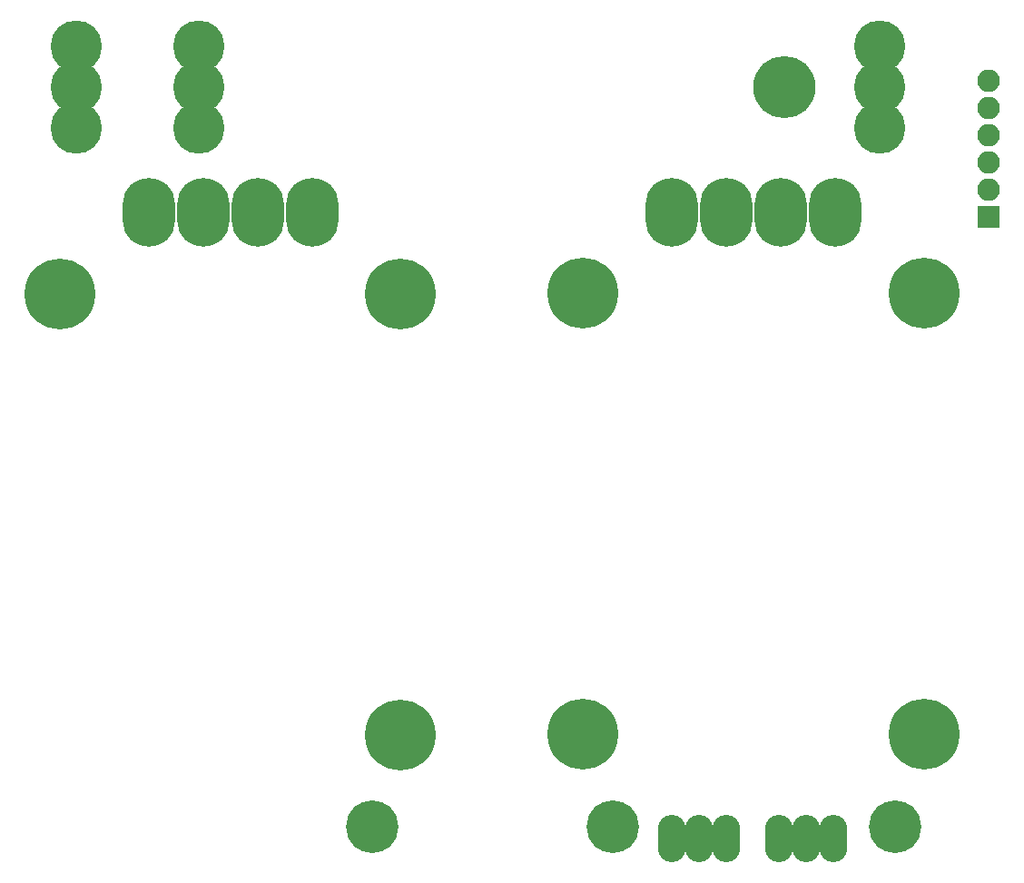
<source format=gbs>
G04 #@! TF.FileFunction,Soldermask,Bot*
%FSLAX46Y46*%
G04 Gerber Fmt 4.6, Leading zero omitted, Abs format (unit mm)*
G04 Created by KiCad (PCBNEW 4.0.7) date 03/25/20 15:59:30*
%MOMM*%
%LPD*%
G01*
G04 APERTURE LIST*
%ADD10C,0.100000*%
%ADD11O,2.600000X4.400000*%
%ADD12C,6.600000*%
%ADD13O,4.900000X6.400000*%
%ADD14C,4.900000*%
%ADD15R,2.100000X2.100000*%
%ADD16O,2.100000X2.100000*%
%ADD17C,5.800000*%
%ADD18C,1.200000*%
%ADD19C,4.800000*%
G04 APERTURE END LIST*
D10*
D11*
X164109400Y-137363200D03*
X166649400Y-137363200D03*
X169189400Y-137363200D03*
D12*
X177622200Y-86512400D03*
X145821400Y-86512400D03*
X145821400Y-127660400D03*
X177622200Y-127660400D03*
D13*
X169341800Y-78917800D03*
X164261800Y-78917800D03*
X159181800Y-78917800D03*
X154101800Y-78917800D03*
D14*
X148564600Y-136245600D03*
X174929800Y-136245600D03*
D11*
X159181800Y-137363200D03*
X156641800Y-137363200D03*
X154101800Y-137363200D03*
D12*
X128816100Y-86550500D03*
X97015300Y-86550500D03*
X128816100Y-127698500D03*
D13*
X120535700Y-78955900D03*
X115455700Y-78955900D03*
X110375700Y-78955900D03*
X105295700Y-78955900D03*
D14*
X126123700Y-136283700D03*
D15*
X183642000Y-79375000D03*
D16*
X183642000Y-76835000D03*
X183642000Y-74295000D03*
X183642000Y-71755000D03*
X183642000Y-69215000D03*
X183642000Y-66675000D03*
D17*
X164592000Y-67310000D03*
D18*
X166617000Y-67310000D03*
X166023891Y-68741891D03*
X164592000Y-69335000D03*
X163160109Y-68741891D03*
X162567000Y-67310000D03*
X163160109Y-65878109D03*
X164592000Y-65285000D03*
X166023891Y-65878109D03*
D19*
X173482000Y-67310000D03*
X173482000Y-71120000D03*
X173482000Y-63500000D03*
X98552000Y-71120000D03*
X98552000Y-63500000D03*
X98552000Y-67310000D03*
X109982000Y-67310000D03*
X109982000Y-71120000D03*
X109982000Y-63500000D03*
M02*

</source>
